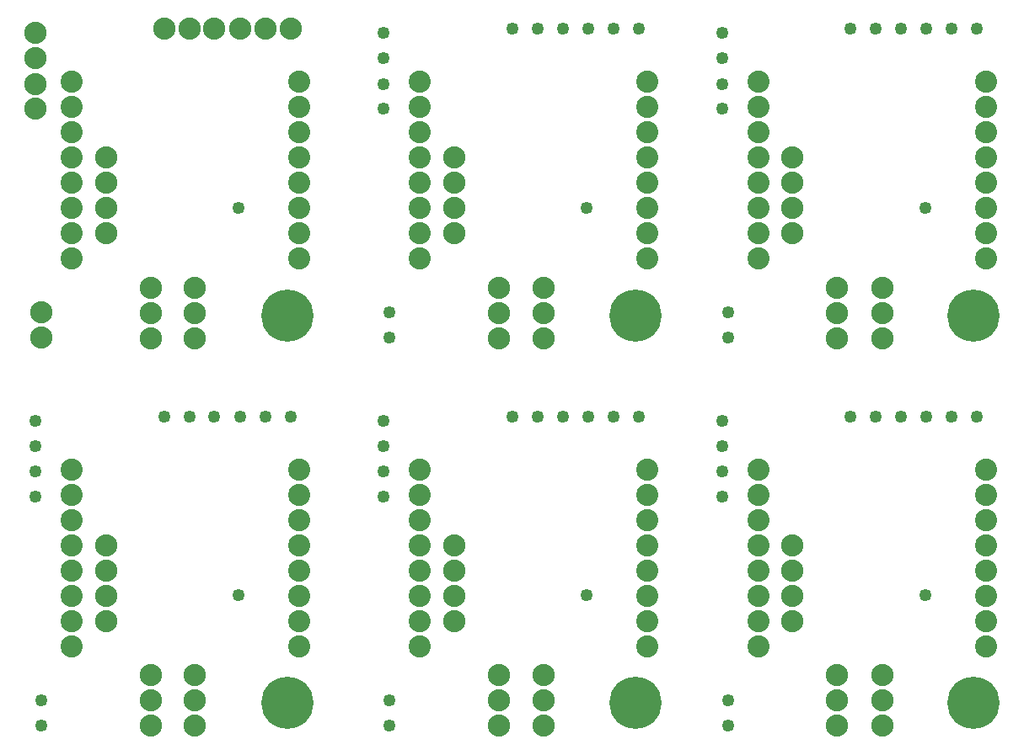
<source format=gts>
%MOIN*%
%OFA0B0*%
%FSLAX23Y23*%
%IPPOS*%
%LPD*%
%ADD10C,0.088*%
%ADD11C,0.087778*%
%ADD12C,0.20685*%
%ADD13C,0.04937*%
%ADD24C,0.088*%
%ADD25C,0.087778*%
%ADD26C,0.20685*%
%ADD27C,0.04937*%
%ADD28C,0.088*%
%ADD29C,0.087778*%
%ADD30C,0.20685*%
%ADD31C,0.04937*%
%ADD32C,0.088*%
%ADD33C,0.087778*%
%ADD34C,0.20685*%
%ADD35C,0.04937*%
%ADD36C,0.088*%
%ADD37C,0.087778*%
%ADD38C,0.20685*%
%ADD39C,0.04937*%
%ADD40C,0.088*%
%ADD41C,0.087778*%
%ADD42C,0.20685*%
%ADD43C,0.04937*%
G90*
G54D10*
X00000Y02519D02*
X01094Y03817D03*
X00994Y03817D03*
X00894Y03817D03*
X00793Y03817D03*
X00694Y03817D03*
X00594Y03817D03*
X00086Y03501D03*
X00086Y03600D03*
X00086Y03701D03*
X00086Y03801D03*
X00109Y02594D03*
X00109Y02694D03*
G54D11*
X01129Y03608D03*
X01129Y03508D03*
X01129Y03408D03*
X01129Y03308D03*
X01129Y03208D03*
X01129Y03108D03*
X01129Y03008D03*
X01129Y02908D03*
X00229Y02908D03*
X00229Y03008D03*
X00229Y03108D03*
X00229Y03208D03*
X00229Y03308D03*
X00229Y03408D03*
X00229Y03508D03*
X00229Y03608D03*
X01129Y03608D03*
X01129Y03508D03*
X01129Y03408D03*
X01129Y03308D03*
X01129Y03208D03*
X01129Y03108D03*
X01129Y03008D03*
X01129Y02908D03*
X00229Y02908D03*
X00229Y03008D03*
X00229Y03108D03*
X00229Y03208D03*
X00229Y03308D03*
X00229Y03408D03*
X00229Y03508D03*
X00229Y03608D03*
G54D10*
X00541Y02592D03*
X00541Y02692D03*
X00541Y02792D03*
X00716Y02593D03*
X00716Y02693D03*
X00716Y02793D03*
X00364Y03007D03*
X00364Y03107D03*
X00364Y03207D03*
X00364Y03307D03*
G54D12*
X01081Y02683D03*
G54D13*
X00888Y03109D03*
G04 next file*
G04 MADE WITH FRITZING*
G04 WWW.FRITZING.ORG*
G04 DOUBLE SIDED*
G04 HOLES PLATED*
G04 CONTOUR ON CENTER OF CONTOUR VECTOR*
G90*
G04 skipping 70
D24*
X01377Y02519D02*
X02471Y03817D03*
X02371Y03817D03*
X02271Y03817D03*
X02171Y03817D03*
X02071Y03817D03*
X01971Y03817D03*
X01463Y03501D03*
X01463Y03600D03*
X01463Y03701D03*
X01463Y03801D03*
X01487Y02594D03*
X01487Y02694D03*
D25*
X02506Y03608D03*
X02506Y03508D03*
X02506Y03408D03*
X02506Y03308D03*
X02506Y03208D03*
X02506Y03108D03*
X02506Y03008D03*
X02506Y02908D03*
X01606Y02908D03*
X01606Y03008D03*
X01606Y03108D03*
X01606Y03208D03*
X01606Y03308D03*
X01606Y03408D03*
X01606Y03508D03*
X01606Y03608D03*
X02506Y03608D03*
X02506Y03508D03*
X02506Y03408D03*
X02506Y03308D03*
X02506Y03208D03*
X02506Y03108D03*
X02506Y03008D03*
X02506Y02908D03*
X01606Y02908D03*
X01606Y03008D03*
X01606Y03108D03*
X01606Y03208D03*
X01606Y03308D03*
X01606Y03408D03*
X01606Y03508D03*
X01606Y03608D03*
D24*
X01918Y02592D03*
X01918Y02692D03*
X01918Y02792D03*
X02095Y02593D03*
X02095Y02693D03*
X02095Y02793D03*
X01741Y03007D03*
X01741Y03107D03*
X01741Y03207D03*
X01741Y03307D03*
D26*
X02458Y02683D03*
D27*
X02265Y03109D03*
G04 End of Mask1*
G04 next file*
G04 MADE WITH FRITZING*
G04 WWW.FRITZING.ORG*
G04 DOUBLE SIDED*
G04 HOLES PLATED*
G04 CONTOUR ON CENTER OF CONTOUR VECTOR*
G90*
G04 skipping 70
D28*
X02716Y02519D02*
X03810Y03817D03*
X03710Y03817D03*
X03610Y03817D03*
X03510Y03817D03*
X03410Y03817D03*
X03310Y03817D03*
X02802Y03501D03*
X02802Y03600D03*
X02802Y03701D03*
X02802Y03801D03*
X02826Y02594D03*
X02826Y02694D03*
D29*
X03845Y03608D03*
X03845Y03508D03*
X03845Y03408D03*
X03845Y03308D03*
X03845Y03208D03*
X03845Y03108D03*
X03845Y03008D03*
X03845Y02908D03*
X02945Y02908D03*
X02945Y03008D03*
X02945Y03108D03*
X02945Y03208D03*
X02945Y03308D03*
X02945Y03408D03*
X02945Y03508D03*
X02945Y03608D03*
X03845Y03608D03*
X03845Y03508D03*
X03845Y03408D03*
X03845Y03308D03*
X03845Y03208D03*
X03845Y03108D03*
X03845Y03008D03*
X03845Y02908D03*
X02945Y02908D03*
X02945Y03008D03*
X02945Y03108D03*
X02945Y03208D03*
X02945Y03308D03*
X02945Y03408D03*
X02945Y03508D03*
X02945Y03608D03*
D28*
X03257Y02592D03*
X03257Y02692D03*
X03257Y02792D03*
X03434Y02593D03*
X03434Y02693D03*
X03434Y02793D03*
X03080Y03007D03*
X03080Y03107D03*
X03080Y03207D03*
X03080Y03307D03*
D30*
X03797Y02683D03*
D31*
X03604Y03109D03*
G04 End of Mask1*
G04 next file*
G04 MADE WITH FRITZING*
G04 WWW.FRITZING.ORG*
G04 DOUBLE SIDED*
G04 HOLES PLATED*
G04 CONTOUR ON CENTER OF CONTOUR VECTOR*
G90*
G04 skipping 70
D32*
X00000Y00984D02*
X01094Y02282D03*
X00994Y02282D03*
X00894Y02282D03*
X00793Y02282D03*
X00694Y02282D03*
X00594Y02282D03*
X00086Y01966D03*
X00086Y02066D03*
X00086Y02166D03*
X00086Y02266D03*
X00109Y01059D03*
X00109Y01159D03*
D33*
X01129Y02073D03*
X01129Y01973D03*
X01129Y01873D03*
X01129Y01773D03*
X01129Y01673D03*
X01129Y01572D03*
X01129Y01473D03*
X01129Y01372D03*
X00229Y01372D03*
X00229Y01473D03*
X00229Y01572D03*
X00229Y01673D03*
X00229Y01773D03*
X00229Y01873D03*
X00229Y01973D03*
X00229Y02073D03*
X01129Y02073D03*
X01129Y01973D03*
X01129Y01873D03*
X01129Y01773D03*
X01129Y01673D03*
X01129Y01572D03*
X01129Y01473D03*
X01129Y01372D03*
X00229Y01372D03*
X00229Y01473D03*
X00229Y01572D03*
X00229Y01673D03*
X00229Y01773D03*
X00229Y01873D03*
X00229Y01973D03*
X00229Y02073D03*
D32*
X00541Y01057D03*
X00541Y01157D03*
X00541Y01257D03*
X00716Y01058D03*
X00716Y01158D03*
X00716Y01258D03*
X00364Y01472D03*
X00364Y01572D03*
X00364Y01672D03*
X00364Y01772D03*
D34*
X01081Y01149D03*
D35*
X00888Y01575D03*
G04 End of Mask1*
G04 next file*
G04 MADE WITH FRITZING*
G04 WWW.FRITZING.ORG*
G04 DOUBLE SIDED*
G04 HOLES PLATED*
G04 CONTOUR ON CENTER OF CONTOUR VECTOR*
G90*
G04 skipping 70
D36*
X01377Y00984D02*
X02471Y02282D03*
X02371Y02282D03*
X02271Y02282D03*
X02171Y02282D03*
X02071Y02282D03*
X01971Y02282D03*
X01463Y01966D03*
X01463Y02066D03*
X01463Y02166D03*
X01463Y02266D03*
X01487Y01059D03*
X01487Y01159D03*
D37*
X02506Y02073D03*
X02506Y01973D03*
X02506Y01873D03*
X02506Y01773D03*
X02506Y01673D03*
X02506Y01572D03*
X02506Y01473D03*
X02506Y01372D03*
X01606Y01372D03*
X01606Y01473D03*
X01606Y01572D03*
X01606Y01673D03*
X01606Y01773D03*
X01606Y01873D03*
X01606Y01973D03*
X01606Y02073D03*
X02506Y02073D03*
X02506Y01973D03*
X02506Y01873D03*
X02506Y01773D03*
X02506Y01673D03*
X02506Y01572D03*
X02506Y01473D03*
X02506Y01372D03*
X01606Y01372D03*
X01606Y01473D03*
X01606Y01572D03*
X01606Y01673D03*
X01606Y01773D03*
X01606Y01873D03*
X01606Y01973D03*
X01606Y02073D03*
D36*
X01918Y01057D03*
X01918Y01157D03*
X01918Y01257D03*
X02095Y01058D03*
X02095Y01158D03*
X02095Y01258D03*
X01741Y01472D03*
X01741Y01572D03*
X01741Y01672D03*
X01741Y01772D03*
D38*
X02458Y01149D03*
D39*
X02265Y01575D03*
G04 End of Mask1*
G04 next file*
G04 MADE WITH FRITZING*
G04 WWW.FRITZING.ORG*
G04 DOUBLE SIDED*
G04 HOLES PLATED*
G04 CONTOUR ON CENTER OF CONTOUR VECTOR*
G90*
G04 skipping 70
D40*
X02716Y00984D02*
X03810Y02282D03*
X03710Y02282D03*
X03610Y02282D03*
X03510Y02282D03*
X03410Y02282D03*
X03310Y02282D03*
X02802Y01966D03*
X02802Y02066D03*
X02802Y02166D03*
X02802Y02266D03*
X02826Y01059D03*
X02826Y01159D03*
D41*
X03845Y02073D03*
X03845Y01973D03*
X03845Y01873D03*
X03845Y01773D03*
X03845Y01673D03*
X03845Y01572D03*
X03845Y01473D03*
X03845Y01372D03*
X02945Y01372D03*
X02945Y01473D03*
X02945Y01572D03*
X02945Y01673D03*
X02945Y01773D03*
X02945Y01873D03*
X02945Y01973D03*
X02945Y02073D03*
X03845Y02073D03*
X03845Y01973D03*
X03845Y01873D03*
X03845Y01773D03*
X03845Y01673D03*
X03845Y01572D03*
X03845Y01473D03*
X03845Y01372D03*
X02945Y01372D03*
X02945Y01473D03*
X02945Y01572D03*
X02945Y01673D03*
X02945Y01773D03*
X02945Y01873D03*
X02945Y01973D03*
X02945Y02073D03*
D40*
X03257Y01057D03*
X03257Y01157D03*
X03257Y01257D03*
X03434Y01058D03*
X03434Y01158D03*
X03434Y01258D03*
X03080Y01472D03*
X03080Y01572D03*
X03080Y01672D03*
X03080Y01772D03*
D42*
X03797Y01149D03*
D43*
X03604Y01575D03*
G04 End of Mask1*
M02*
</source>
